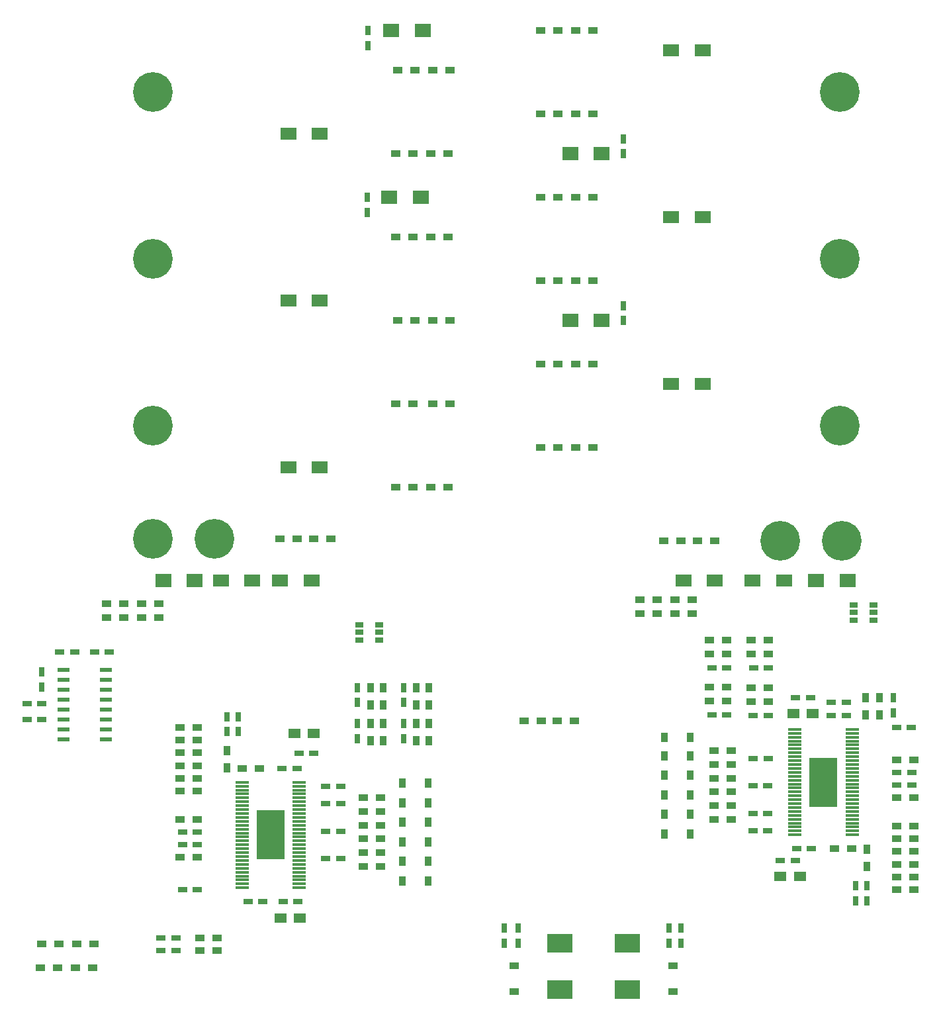
<source format=gbr>
G04 #@! TF.GenerationSoftware,KiCad,Pcbnew,(5.0.0)*
G04 #@! TF.CreationDate,2018-12-17T21:11:44-06:00*
G04 #@! TF.ProjectId,MotorController_Hardware,4D6F746F72436F6E74726F6C6C65725F,rev?*
G04 #@! TF.SameCoordinates,Original*
G04 #@! TF.FileFunction,Paste,Top*
G04 #@! TF.FilePolarity,Positive*
%FSLAX46Y46*%
G04 Gerber Fmt 4.6, Leading zero omitted, Abs format (unit mm)*
G04 Created by KiCad (PCBNEW (5.0.0)) date 12/17/18 21:11:44*
%MOMM*%
%LPD*%
G01*
G04 APERTURE LIST*
%ADD10R,1.500000X1.250000*%
%ADD11R,1.200000X0.750000*%
%ADD12R,2.000000X1.700000*%
%ADD13R,2.000000X1.600000*%
%ADD14R,1.200000X0.900000*%
%ADD15R,1.676400X0.304800*%
%ADD16R,3.610000X6.350000*%
%ADD17R,0.750000X1.200000*%
%ADD18C,5.080000*%
%ADD19R,0.900000X1.200000*%
%ADD20R,1.000000X0.700000*%
%ADD21R,1.500000X0.600000*%
%ADD22R,3.251200X2.489200*%
G04 APERTURE END LIST*
D10*
G04 #@! TO.C,C51*
X153252300Y-47752000D03*
X150752300Y-47752000D03*
G04 #@! TD*
G04 #@! TO.C,C55*
X151598000Y-68580000D03*
X149098000Y-68580000D03*
G04 #@! TD*
G04 #@! TO.C,C2*
X86908000Y-50292000D03*
X89408000Y-50292000D03*
G04 #@! TD*
G04 #@! TO.C,C8*
X85130000Y-73914000D03*
X87630000Y-73914000D03*
G04 #@! TD*
D11*
G04 #@! TO.C,C76*
X140340000Y-41910000D03*
X142240000Y-41910000D03*
G04 #@! TD*
D12*
G04 #@! TO.C,R14*
X70168000Y-30734000D03*
X74168000Y-30734000D03*
G04 #@! TD*
G04 #@! TO.C,R78*
X157670000Y-30734000D03*
X153670000Y-30734000D03*
G04 #@! TD*
D13*
G04 #@! TO.C,C30*
X86170000Y-16256000D03*
X90170000Y-16256000D03*
G04 #@! TD*
D14*
G04 #@! TO.C,R44*
X163972600Y-53609300D03*
X166172600Y-53609300D03*
G04 #@! TD*
G04 #@! TO.C,R53*
X142797600Y-55984300D03*
X140597600Y-55984300D03*
G04 #@! TD*
G04 #@! TO.C,R79*
X147574000Y-44450000D03*
X145374000Y-44450000D03*
G04 #@! TD*
G04 #@! TO.C,R4*
X72300000Y-51125000D03*
X74500000Y-51125000D03*
G04 #@! TD*
G04 #@! TO.C,R5*
X74500000Y-49500000D03*
X72300000Y-49500000D03*
G04 #@! TD*
G04 #@! TO.C,R19*
X74500000Y-57625000D03*
X72300000Y-57625000D03*
G04 #@! TD*
G04 #@! TO.C,R2*
X72300000Y-54375000D03*
X74500000Y-54375000D03*
G04 #@! TD*
G04 #@! TO.C,R1*
X72300000Y-56000000D03*
X74500000Y-56000000D03*
G04 #@! TD*
G04 #@! TO.C,R3*
X72300000Y-52750000D03*
X74500000Y-52750000D03*
G04 #@! TD*
D15*
G04 #@! TO.C,U1*
X80204700Y-56500014D03*
X80204700Y-57000012D03*
X80204700Y-57500012D03*
X80204700Y-58000010D03*
X80204700Y-58500010D03*
X80204700Y-59000009D03*
X80204700Y-59500008D03*
X80204700Y-60000006D03*
X80204700Y-60500006D03*
X80204700Y-61000004D03*
X80204700Y-61500004D03*
X80204700Y-62000003D03*
X80204700Y-62500002D03*
X80204700Y-63000000D03*
X80204700Y-63500000D03*
X80204700Y-63999998D03*
X80204700Y-64499997D03*
X80204700Y-64999996D03*
X80204700Y-65499996D03*
X80204700Y-65999994D03*
X80204700Y-66499994D03*
X80204700Y-66999992D03*
X80204700Y-67499991D03*
X80204700Y-67999990D03*
X80204700Y-68499990D03*
X80204700Y-68999988D03*
X80204700Y-69499988D03*
X80204700Y-69999986D03*
X87545300Y-69999986D03*
X87545300Y-69499988D03*
X87545300Y-68999988D03*
X87545300Y-68499990D03*
X87545300Y-67999990D03*
X87545300Y-67499991D03*
X87545300Y-66999992D03*
X87545300Y-66499994D03*
X87545300Y-65999994D03*
X87545300Y-65499996D03*
X87545300Y-64999996D03*
X87545300Y-64499997D03*
X87545300Y-63999998D03*
X87545300Y-63500000D03*
X87545300Y-63000000D03*
X87545300Y-62500002D03*
X87545300Y-62000003D03*
X87545300Y-61500004D03*
X87545300Y-61000004D03*
X87545300Y-60500006D03*
X87545300Y-60000006D03*
X87545300Y-59500008D03*
X87545300Y-59000009D03*
X87545300Y-58500010D03*
X87545300Y-58000010D03*
X87545300Y-57500012D03*
X87545300Y-57000012D03*
X87545300Y-56500014D03*
D16*
X83875000Y-63250000D03*
G04 #@! TD*
D17*
G04 #@! TO.C,C1*
X113792000Y-77084000D03*
X113792000Y-75184000D03*
G04 #@! TD*
G04 #@! TO.C,C3*
X115570000Y-77084000D03*
X115570000Y-75184000D03*
G04 #@! TD*
D11*
G04 #@! TO.C,C4*
X89408000Y-52832000D03*
X87508000Y-52832000D03*
G04 #@! TD*
G04 #@! TO.C,C10*
X87375000Y-71750000D03*
X85475000Y-71750000D03*
G04 #@! TD*
G04 #@! TO.C,C12*
X69850000Y-78000000D03*
X71750000Y-78000000D03*
G04 #@! TD*
G04 #@! TO.C,C13*
X90925000Y-57000000D03*
X92825000Y-57000000D03*
G04 #@! TD*
G04 #@! TO.C,C14*
X71750000Y-76375000D03*
X69850000Y-76375000D03*
G04 #@! TD*
G04 #@! TO.C,C17*
X72600000Y-64500000D03*
X74500000Y-64500000D03*
G04 #@! TD*
G04 #@! TO.C,C18*
X90925000Y-59250000D03*
X92825000Y-59250000D03*
G04 #@! TD*
G04 #@! TO.C,C19*
X92825000Y-62750000D03*
X90925000Y-62750000D03*
G04 #@! TD*
G04 #@! TO.C,C20*
X90925000Y-66250000D03*
X92825000Y-66250000D03*
G04 #@! TD*
D17*
G04 #@! TO.C,C21*
X100875000Y-46275000D03*
X100875000Y-44375000D03*
G04 #@! TD*
D11*
G04 #@! TO.C,C22*
X87250000Y-54750000D03*
X85350000Y-54750000D03*
G04 #@! TD*
D17*
G04 #@! TO.C,C23*
X79750000Y-48100000D03*
X79750000Y-50000000D03*
G04 #@! TD*
G04 #@! TO.C,C24*
X78250000Y-48100000D03*
X78250000Y-50000000D03*
G04 #@! TD*
D11*
G04 #@! TO.C,C25*
X74500000Y-62875000D03*
X72600000Y-62875000D03*
G04 #@! TD*
G04 #@! TO.C,C26*
X74500000Y-70250000D03*
X72600000Y-70250000D03*
G04 #@! TD*
G04 #@! TO.C,C27*
X80975000Y-71750000D03*
X82875000Y-71750000D03*
G04 #@! TD*
D17*
G04 #@! TO.C,C28*
X96332000Y39624000D03*
X96332000Y37724000D03*
G04 #@! TD*
G04 #@! TO.C,C29*
X96266000Y18288000D03*
X96266000Y16388000D03*
G04 #@! TD*
G04 #@! TO.C,C33*
X100875000Y-50900000D03*
X100875000Y-49000000D03*
G04 #@! TD*
G04 #@! TO.C,C34*
X95000000Y-44375000D03*
X95000000Y-46275000D03*
G04 #@! TD*
G04 #@! TO.C,C35*
X95000000Y-49000000D03*
X95000000Y-50900000D03*
G04 #@! TD*
D11*
G04 #@! TO.C,C40*
X56896000Y-39878000D03*
X58796000Y-39878000D03*
G04 #@! TD*
G04 #@! TO.C,C41*
X54610000Y-48514000D03*
X52710000Y-48514000D03*
G04 #@! TD*
G04 #@! TO.C,C42*
X63246000Y-39878000D03*
X61346000Y-39878000D03*
G04 #@! TD*
G04 #@! TO.C,C43*
X54610000Y-46482000D03*
X52710000Y-46482000D03*
G04 #@! TD*
D17*
G04 #@! TO.C,C44*
X54610000Y-44318000D03*
X54610000Y-42418000D03*
G04 #@! TD*
D11*
G04 #@! TO.C,C49*
X145608000Y-48006000D03*
X147508000Y-48006000D03*
G04 #@! TD*
D17*
G04 #@! TO.C,C50*
X134874000Y-75184000D03*
X134874000Y-77084000D03*
G04 #@! TD*
G04 #@! TO.C,C52*
X136398000Y-75184000D03*
X136398000Y-77084000D03*
G04 #@! TD*
D11*
G04 #@! TO.C,C53*
X151052300Y-45720000D03*
X152952300Y-45720000D03*
G04 #@! TD*
G04 #@! TO.C,C56*
X149097600Y-66484300D03*
X150997600Y-66484300D03*
G04 #@! TD*
G04 #@! TO.C,C57*
X157500000Y-46250000D03*
X155600000Y-46250000D03*
G04 #@! TD*
G04 #@! TO.C,C58*
X145572600Y-62734300D03*
X147472600Y-62734300D03*
G04 #@! TD*
D17*
G04 #@! TO.C,C59*
X163576000Y-47620000D03*
X163576000Y-45720000D03*
G04 #@! TD*
D11*
G04 #@! TO.C,C60*
X165872600Y-55234300D03*
X163972600Y-55234300D03*
G04 #@! TD*
G04 #@! TO.C,C61*
X147497600Y-60484300D03*
X145597600Y-60484300D03*
G04 #@! TD*
G04 #@! TO.C,C62*
X145597600Y-56984300D03*
X147497600Y-56984300D03*
G04 #@! TD*
G04 #@! TO.C,C63*
X147502300Y-53484286D03*
X145602300Y-53484286D03*
G04 #@! TD*
G04 #@! TO.C,C64*
X151177300Y-64984286D03*
X153077300Y-64984286D03*
G04 #@! TD*
D17*
G04 #@! TO.C,C65*
X158677300Y-71634286D03*
X158677300Y-69734286D03*
G04 #@! TD*
G04 #@! TO.C,C66*
X160177300Y-69734286D03*
X160177300Y-71634286D03*
G04 #@! TD*
D11*
G04 #@! TO.C,C67*
X165872600Y-56859300D03*
X163972600Y-56859300D03*
G04 #@! TD*
G04 #@! TO.C,C68*
X163927300Y-49484286D03*
X165827300Y-49484286D03*
G04 #@! TD*
G04 #@! TO.C,C69*
X155600000Y-48000000D03*
X157500000Y-48000000D03*
G04 #@! TD*
D17*
G04 #@! TO.C,C70*
X129032000Y25776000D03*
X129032000Y23876000D03*
G04 #@! TD*
G04 #@! TO.C,C71*
X129032000Y2540000D03*
X129032000Y4440000D03*
G04 #@! TD*
D11*
G04 #@! TO.C,C75*
X142240000Y-47879000D03*
X140340000Y-47879000D03*
G04 #@! TD*
G04 #@! TO.C,C77*
X147574000Y-41910000D03*
X145674000Y-41910000D03*
G04 #@! TD*
D18*
G04 #@! TO.C,Conn4*
X68834000Y31750000D03*
G04 #@! TD*
G04 #@! TO.C,Conn5*
X68834000Y10414000D03*
G04 #@! TD*
G04 #@! TO.C,Conn6*
X68834000Y-10922000D03*
G04 #@! TD*
G04 #@! TO.C,Conn9*
X156718000Y31750000D03*
G04 #@! TD*
G04 #@! TO.C,Conn10*
X156718000Y10414000D03*
G04 #@! TD*
G04 #@! TO.C,Conn11*
X156718000Y-10922000D03*
G04 #@! TD*
D14*
G04 #@! TO.C,D1*
X135382000Y-83312000D03*
X135382000Y-80012000D03*
G04 #@! TD*
D19*
G04 #@! TO.C,D7*
X104000000Y-56625000D03*
X100700000Y-56625000D03*
G04 #@! TD*
G04 #@! TO.C,D8*
X104000000Y-59125000D03*
X100700000Y-59125000D03*
G04 #@! TD*
G04 #@! TO.C,D9*
X104000000Y-61625000D03*
X100700000Y-61625000D03*
G04 #@! TD*
G04 #@! TO.C,D10*
X104000000Y-64125000D03*
X100700000Y-64125000D03*
G04 #@! TD*
G04 #@! TO.C,D11*
X104000000Y-66625000D03*
X100700000Y-66625000D03*
G04 #@! TD*
G04 #@! TO.C,D12*
X100700000Y-69125000D03*
X104000000Y-69125000D03*
G04 #@! TD*
D14*
G04 #@! TO.C,D15*
X115062000Y-80012000D03*
X115062000Y-83312000D03*
G04 #@! TD*
D19*
G04 #@! TO.C,D16*
X134222600Y-63109300D03*
X137522600Y-63109300D03*
G04 #@! TD*
G04 #@! TO.C,D17*
X137522600Y-60609300D03*
X134222600Y-60609300D03*
G04 #@! TD*
G04 #@! TO.C,D18*
X134222600Y-58109300D03*
X137522600Y-58109300D03*
G04 #@! TD*
G04 #@! TO.C,D19*
X134222600Y-55609300D03*
X137522600Y-55609300D03*
G04 #@! TD*
G04 #@! TO.C,D20*
X134222600Y-53109300D03*
X137522600Y-53109300D03*
G04 #@! TD*
G04 #@! TO.C,D21*
X137522600Y-50734300D03*
X134222600Y-50734300D03*
G04 #@! TD*
D14*
G04 #@! TO.C,R6*
X72300000Y-61250000D03*
X74500000Y-61250000D03*
G04 #@! TD*
G04 #@! TO.C,R8*
X72300000Y-66125000D03*
X74500000Y-66125000D03*
G04 #@! TD*
G04 #@! TO.C,R11*
X74800000Y-76375000D03*
X77000000Y-76375000D03*
G04 #@! TD*
G04 #@! TO.C,R12*
X77000000Y-78000000D03*
X74800000Y-78000000D03*
G04 #@! TD*
D19*
G04 #@! TO.C,R15*
X104125000Y-46575000D03*
X104125000Y-44375000D03*
G04 #@! TD*
G04 #@! TO.C,R16*
X102500000Y-44375000D03*
X102500000Y-46575000D03*
G04 #@! TD*
D14*
G04 #@! TO.C,R18*
X82450000Y-54750000D03*
X80250000Y-54750000D03*
G04 #@! TD*
D19*
G04 #@! TO.C,R20*
X78250000Y-54625000D03*
X78250000Y-52425000D03*
G04 #@! TD*
D14*
G04 #@! TO.C,R22*
X97950000Y-58500000D03*
X95750000Y-58500000D03*
G04 #@! TD*
G04 #@! TO.C,R23*
X95750000Y-60250000D03*
X97950000Y-60250000D03*
G04 #@! TD*
G04 #@! TO.C,R24*
X97950000Y-62000000D03*
X95750000Y-62000000D03*
G04 #@! TD*
G04 #@! TO.C,R25*
X97950000Y-63750000D03*
X95750000Y-63750000D03*
G04 #@! TD*
G04 #@! TO.C,R26*
X95750000Y-65500000D03*
X97950000Y-65500000D03*
G04 #@! TD*
G04 #@! TO.C,R27*
X97950000Y-67250000D03*
X95750000Y-67250000D03*
G04 #@! TD*
D19*
G04 #@! TO.C,R30*
X104125000Y-51200000D03*
X104125000Y-49000000D03*
G04 #@! TD*
G04 #@! TO.C,R31*
X102500000Y-51200000D03*
X102500000Y-49000000D03*
G04 #@! TD*
G04 #@! TO.C,R32*
X98250000Y-46575000D03*
X98250000Y-44375000D03*
G04 #@! TD*
G04 #@! TO.C,R33*
X96625000Y-44375000D03*
X96625000Y-46575000D03*
G04 #@! TD*
G04 #@! TO.C,R34*
X98250000Y-49000000D03*
X98250000Y-51200000D03*
G04 #@! TD*
G04 #@! TO.C,R35*
X96625000Y-49000000D03*
X96625000Y-51200000D03*
G04 #@! TD*
D14*
G04 #@! TO.C,R38*
X163927300Y-63734286D03*
X166127300Y-63734286D03*
G04 #@! TD*
G04 #@! TO.C,R39*
X166127300Y-65359286D03*
X163927300Y-65359286D03*
G04 #@! TD*
G04 #@! TO.C,R40*
X163927300Y-66984286D03*
X166127300Y-66984286D03*
G04 #@! TD*
G04 #@! TO.C,R41*
X166172600Y-58484300D03*
X163972600Y-58484300D03*
G04 #@! TD*
G04 #@! TO.C,R47*
X155977300Y-64984286D03*
X158177300Y-64984286D03*
G04 #@! TD*
G04 #@! TO.C,R48*
X166127300Y-62109286D03*
X163927300Y-62109286D03*
G04 #@! TD*
D19*
G04 #@! TO.C,R49*
X160177300Y-65109286D03*
X160177300Y-67309286D03*
G04 #@! TD*
D14*
G04 #@! TO.C,R50*
X142797600Y-61234300D03*
X140597600Y-61234300D03*
G04 #@! TD*
G04 #@! TO.C,R51*
X142797600Y-59484300D03*
X140597600Y-59484300D03*
G04 #@! TD*
G04 #@! TO.C,R52*
X140597600Y-57734300D03*
X142797600Y-57734300D03*
G04 #@! TD*
G04 #@! TO.C,R54*
X140597600Y-54234300D03*
X142797600Y-54234300D03*
G04 #@! TD*
G04 #@! TO.C,R55*
X142797600Y-52484300D03*
X140597600Y-52484300D03*
G04 #@! TD*
G04 #@! TO.C,R58*
X142240000Y-44323000D03*
X140040000Y-44323000D03*
G04 #@! TD*
G04 #@! TO.C,R59*
X142240000Y-46101000D03*
X140040000Y-46101000D03*
G04 #@! TD*
G04 #@! TO.C,R60*
X142240000Y-38354000D03*
X140040000Y-38354000D03*
G04 #@! TD*
G04 #@! TO.C,R61*
X142240000Y-40132000D03*
X140040000Y-40132000D03*
G04 #@! TD*
G04 #@! TO.C,R62*
X145374000Y-38354000D03*
X147574000Y-38354000D03*
G04 #@! TD*
G04 #@! TO.C,R63*
X147574000Y-40132000D03*
X145374000Y-40132000D03*
G04 #@! TD*
G04 #@! TO.C,R80*
X147574000Y-46228000D03*
X145374000Y-46228000D03*
G04 #@! TD*
D20*
G04 #@! TO.C,U2*
X95258000Y-37338000D03*
X97758000Y-37338000D03*
X95258000Y-36388000D03*
X95258000Y-38288000D03*
X97758000Y-36388000D03*
X97758000Y-38288000D03*
G04 #@! TD*
D21*
G04 #@! TO.C,U4*
X57404000Y-42164000D03*
X57404000Y-43434000D03*
X57404000Y-44704000D03*
X57404000Y-45974000D03*
X57404000Y-47244000D03*
X57404000Y-48514000D03*
X57404000Y-49784000D03*
X57404000Y-51054000D03*
X62804000Y-51054000D03*
X62804000Y-49784000D03*
X62804000Y-48514000D03*
X62804000Y-47244000D03*
X62804000Y-45974000D03*
X62804000Y-44704000D03*
X62804000Y-43434000D03*
X62804000Y-42164000D03*
G04 #@! TD*
D15*
G04 #@! TO.C,U5*
X158267900Y-63234286D03*
X158267900Y-62734288D03*
X158267900Y-62234288D03*
X158267900Y-61734290D03*
X158267900Y-61234290D03*
X158267900Y-60734291D03*
X158267900Y-60234292D03*
X158267900Y-59734294D03*
X158267900Y-59234294D03*
X158267900Y-58734296D03*
X158267900Y-58234296D03*
X158267900Y-57734297D03*
X158267900Y-57234298D03*
X158267900Y-56734300D03*
X158267900Y-56234300D03*
X158267900Y-55734302D03*
X158267900Y-55234303D03*
X158267900Y-54734304D03*
X158267900Y-54234304D03*
X158267900Y-53734306D03*
X158267900Y-53234306D03*
X158267900Y-52734308D03*
X158267900Y-52234309D03*
X158267900Y-51734310D03*
X158267900Y-51234310D03*
X158267900Y-50734312D03*
X158267900Y-50234312D03*
X158267900Y-49734314D03*
X150927300Y-49734314D03*
X150927300Y-50234312D03*
X150927300Y-50734312D03*
X150927300Y-51234310D03*
X150927300Y-51734310D03*
X150927300Y-52234309D03*
X150927300Y-52734308D03*
X150927300Y-53234306D03*
X150927300Y-53734306D03*
X150927300Y-54234304D03*
X150927300Y-54734304D03*
X150927300Y-55234303D03*
X150927300Y-55734302D03*
X150927300Y-56234300D03*
X150927300Y-56734300D03*
X150927300Y-57234298D03*
X150927300Y-57734297D03*
X150927300Y-58234296D03*
X150927300Y-58734296D03*
X150927300Y-59234294D03*
X150927300Y-59734294D03*
X150927300Y-60234292D03*
X150927300Y-60734291D03*
X150927300Y-61234290D03*
X150927300Y-61734290D03*
X150927300Y-62234288D03*
X150927300Y-62734288D03*
X150927300Y-63234286D03*
D16*
X154597600Y-56484300D03*
G04 #@! TD*
D20*
G04 #@! TO.C,U6*
X158496000Y-34798000D03*
X160996000Y-34798000D03*
X158496000Y-33848000D03*
X158496000Y-35748000D03*
X160996000Y-33848000D03*
X160996000Y-35748000D03*
G04 #@! TD*
D22*
G04 #@! TO.C,L1*
X120904000Y-83058000D03*
X120904000Y-77063600D03*
G04 #@! TD*
G04 #@! TO.C,L2*
X129540000Y-77063600D03*
X129540000Y-83058000D03*
G04 #@! TD*
D18*
G04 #@! TO.C,Conn3*
X68834000Y-25400000D03*
X76708000Y-25400000D03*
G04 #@! TD*
G04 #@! TO.C,Conn8*
X149098000Y-25654000D03*
X156972000Y-25654000D03*
G04 #@! TD*
D13*
G04 #@! TO.C,C31*
X90170000Y26416000D03*
X86170000Y26416000D03*
G04 #@! TD*
G04 #@! TO.C,C32*
X90170000Y5080000D03*
X86170000Y5080000D03*
G04 #@! TD*
G04 #@! TO.C,C72*
X135128000Y15748000D03*
X139128000Y15748000D03*
G04 #@! TD*
G04 #@! TO.C,C73*
X139128000Y37084000D03*
X135128000Y37084000D03*
G04 #@! TD*
G04 #@! TO.C,C74*
X135128000Y-5588000D03*
X139128000Y-5588000D03*
G04 #@! TD*
D12*
G04 #@! TO.C,R28*
X99314000Y39624000D03*
X103314000Y39624000D03*
G04 #@! TD*
G04 #@! TO.C,R29*
X103060000Y18288000D03*
X99060000Y18288000D03*
G04 #@! TD*
G04 #@! TO.C,R56*
X126238000Y23876000D03*
X122238000Y23876000D03*
G04 #@! TD*
G04 #@! TO.C,R57*
X122238000Y2540000D03*
X126238000Y2540000D03*
G04 #@! TD*
D13*
G04 #@! TO.C,C15*
X85090000Y-30734000D03*
X89090000Y-30734000D03*
G04 #@! TD*
G04 #@! TO.C,C16*
X77534000Y-30734000D03*
X81534000Y-30734000D03*
G04 #@! TD*
G04 #@! TO.C,C47*
X136716000Y-30734000D03*
X140716000Y-30734000D03*
G04 #@! TD*
G04 #@! TO.C,C48*
X145542000Y-30734000D03*
X149542000Y-30734000D03*
G04 #@! TD*
D14*
G04 #@! TO.C,R42*
X163927300Y-68609286D03*
X166127300Y-68609286D03*
G04 #@! TD*
G04 #@! TO.C,R43*
X166127300Y-70234286D03*
X163927300Y-70234286D03*
G04 #@! TD*
D19*
G04 #@! TO.C,R45*
X161798000Y-47920000D03*
X161798000Y-45720000D03*
G04 #@! TD*
G04 #@! TO.C,R46*
X160020000Y-47920000D03*
X160020000Y-45720000D03*
G04 #@! TD*
D14*
G04 #@! TO.C,D2*
X99908000Y23876000D03*
X102108000Y23876000D03*
G04 #@! TD*
G04 #@! TO.C,D3*
X85090000Y-25400000D03*
X87290000Y-25400000D03*
G04 #@! TD*
G04 #@! TO.C,D4*
X122723000Y-48641000D03*
X120523000Y-48641000D03*
G04 #@! TD*
G04 #@! TO.C,D5*
X67338000Y-35478000D03*
X69538000Y-35478000D03*
G04 #@! TD*
G04 #@! TO.C,D6*
X69538000Y-33700000D03*
X67338000Y-33700000D03*
G04 #@! TD*
G04 #@! TO.C,D13*
X135636000Y-33145000D03*
X137836000Y-33145000D03*
G04 #@! TD*
G04 #@! TO.C,D14*
X135636000Y-34923000D03*
X137836000Y-34923000D03*
G04 #@! TD*
G04 #@! TO.C,D22*
X100162000Y34544000D03*
X102362000Y34544000D03*
G04 #@! TD*
G04 #@! TO.C,D23*
X102362000Y2540000D03*
X100162000Y2540000D03*
G04 #@! TD*
G04 #@! TO.C,D24*
X99908000Y13208000D03*
X102108000Y13208000D03*
G04 #@! TD*
G04 #@! TO.C,D25*
X102108000Y-18796000D03*
X99908000Y-18796000D03*
G04 #@! TD*
G04 #@! TO.C,D26*
X99908000Y-8128000D03*
X102108000Y-8128000D03*
G04 #@! TD*
G04 #@! TO.C,D27*
X122936000Y39624000D03*
X125136000Y39624000D03*
G04 #@! TD*
G04 #@! TO.C,D28*
X125136000Y28956000D03*
X122936000Y28956000D03*
G04 #@! TD*
G04 #@! TO.C,D29*
X122936000Y18288000D03*
X125136000Y18288000D03*
G04 #@! TD*
G04 #@! TO.C,D30*
X125136000Y7620000D03*
X122936000Y7620000D03*
G04 #@! TD*
G04 #@! TO.C,D31*
X122936000Y-3048000D03*
X125136000Y-3048000D03*
G04 #@! TD*
G04 #@! TO.C,D32*
X125136000Y-13716000D03*
X122936000Y-13716000D03*
G04 #@! TD*
G04 #@! TO.C,D33*
X59096000Y-77216000D03*
X61296000Y-77216000D03*
G04 #@! TD*
G04 #@! TO.C,D34*
X58928000Y-80264000D03*
X61128000Y-80264000D03*
G04 #@! TD*
G04 #@! TO.C,R7*
X116291000Y-48641000D03*
X118491000Y-48641000D03*
G04 #@! TD*
G04 #@! TO.C,R9*
X65052000Y-35478000D03*
X62852000Y-35478000D03*
G04 #@! TD*
G04 #@! TO.C,R10*
X91608000Y-25400000D03*
X89408000Y-25400000D03*
G04 #@! TD*
G04 #@! TO.C,R13*
X62852000Y-33700000D03*
X65052000Y-33700000D03*
G04 #@! TD*
G04 #@! TO.C,R17*
X133350000Y-33145000D03*
X131150000Y-33145000D03*
G04 #@! TD*
G04 #@! TO.C,R21*
X131150000Y-34923000D03*
X133350000Y-34923000D03*
G04 #@! TD*
G04 #@! TO.C,R36*
X106594000Y23876000D03*
X104394000Y23876000D03*
G04 #@! TD*
G04 #@! TO.C,R37*
X106848000Y34544000D03*
X104648000Y34544000D03*
G04 #@! TD*
G04 #@! TO.C,R64*
X104648000Y2540000D03*
X106848000Y2540000D03*
G04 #@! TD*
G04 #@! TO.C,R65*
X106594000Y13208000D03*
X104394000Y13208000D03*
G04 #@! TD*
G04 #@! TO.C,R66*
X104394000Y-18796000D03*
X106594000Y-18796000D03*
G04 #@! TD*
G04 #@! TO.C,R67*
X104648000Y-8128000D03*
X106848000Y-8128000D03*
G04 #@! TD*
G04 #@! TO.C,R68*
X118450000Y39624000D03*
X120650000Y39624000D03*
G04 #@! TD*
G04 #@! TO.C,R69*
X120650000Y28956000D03*
X118450000Y28956000D03*
G04 #@! TD*
G04 #@! TO.C,R70*
X120650000Y18288000D03*
X118450000Y18288000D03*
G04 #@! TD*
G04 #@! TO.C,R71*
X118450000Y7620000D03*
X120650000Y7620000D03*
G04 #@! TD*
G04 #@! TO.C,R72*
X118450000Y-3048000D03*
X120650000Y-3048000D03*
G04 #@! TD*
G04 #@! TO.C,R73*
X120650000Y-13716000D03*
X118450000Y-13716000D03*
G04 #@! TD*
G04 #@! TO.C,R74*
X56810000Y-77216000D03*
X54610000Y-77216000D03*
G04 #@! TD*
G04 #@! TO.C,R75*
X56642000Y-80264000D03*
X54442000Y-80264000D03*
G04 #@! TD*
G04 #@! TO.C,D37*
X138516000Y-25654000D03*
X140716000Y-25654000D03*
G04 #@! TD*
G04 #@! TO.C,R81*
X134198000Y-25654000D03*
X136398000Y-25654000D03*
G04 #@! TD*
M02*

</source>
